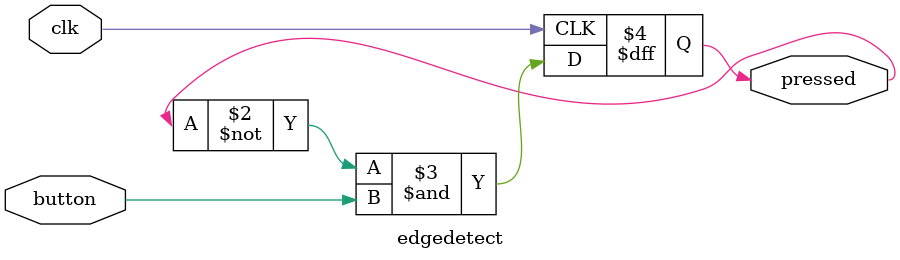
<source format=sv>
module edgedetect(clk, button, pressed);

    input wire clk;
    input wire button;
    output logic pressed;

    always_ff @(posedge clk) begin
        pressed <= ~pressed & button;
    end
    
endmodule
</source>
